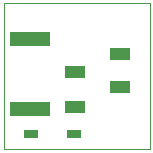
<source format=gbp>
G75*
%MOIN*%
%OFA0B0*%
%FSLAX24Y24*%
%IPPOS*%
%LPD*%
%AMOC8*
5,1,8,0,0,1.08239X$1,22.5*
%
%ADD10C,0.0000*%
%ADD11R,0.0472X0.0276*%
%ADD12R,0.0690X0.0440*%
%ADD13R,0.1320X0.0470*%
%ADD14R,0.0709X0.0394*%
D10*
X000475Y000600D02*
X000475Y005470D01*
X005342Y005470D01*
X005342Y000600D01*
X000475Y000600D01*
D11*
X001372Y001100D03*
X002828Y001100D03*
D12*
X002850Y002020D03*
X002850Y003180D03*
D13*
X001350Y004270D03*
X001350Y001930D03*
D14*
X004350Y002674D03*
X004350Y003776D03*
M02*

</source>
